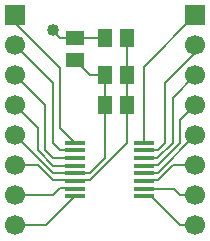
<source format=gbr>
G04 DipTrace 3.1.0.1*
G04 Top.gbr*
%MOIN*%
G04 #@! TF.FileFunction,Copper,L1,Top*
G04 #@! TF.Part,Single*
G04 #@! TA.AperFunction,Conductor*
%ADD14C,0.007*%
%ADD15C,0.012992*%
%ADD17R,0.051181X0.059055*%
%ADD18R,0.059055X0.051181*%
%ADD19R,0.070866X0.015748*%
G04 #@! TA.AperFunction,ComponentPad*
%ADD20R,0.066929X0.066929*%
%ADD21C,0.066929*%
G04 #@! TA.AperFunction,ViaPad*
%ADD22C,0.04*%
%FSLAX26Y26*%
G04*
G70*
G90*
G75*
G01*
G04 Top*
%LPD*%
X469000Y669000D2*
D14*
X544000D1*
X594000Y619000D1*
X666047D1*
X669000Y616047D1*
X843803Y1094000D2*
Y969000D1*
Y869000D1*
Y743803D1*
X719000Y619000D1*
X671953D1*
X669000Y616047D1*
Y667228D2*
X595772D1*
X544000Y719000D1*
Y794000D1*
X469000Y869000D1*
X669000Y1094000D2*
X769000D1*
X669000D2*
X619000D1*
X594000Y1119000D1*
X897346Y744000D2*
Y997346D1*
X1069000Y1169000D1*
X919000Y719000D2*
D15*
X897937D1*
X897346Y718409D1*
X1069000Y1069000D2*
D14*
Y1044000D1*
X969000Y944000D1*
Y744000D1*
X944000Y719000D1*
X897937D1*
X897346Y718409D1*
Y692819D2*
X942819D1*
X994000Y744000D1*
Y894000D1*
X1069000Y969000D1*
Y869000D2*
X1019000Y819000D1*
Y744000D1*
X944000Y669000D1*
X899118D1*
X897346Y667228D1*
X1069000Y769000D2*
X944000Y644000D1*
X899709D1*
X897346Y641638D1*
X1069000Y669000D2*
X994000D1*
X944000Y619000D1*
X900299D1*
X897346Y616047D1*
Y590457D2*
X997543D1*
X1019000Y569000D1*
X1069000D1*
X897354Y564866D2*
X923134D1*
X1019000Y469000D1*
X1069000D1*
X469000Y1169000D2*
Y1144000D1*
X619000Y994000D1*
Y794000D1*
X669000Y744000D1*
Y718409D2*
X619591D1*
X594000Y744000D1*
Y944000D1*
X469000Y1069000D1*
Y969000D2*
X569000Y869000D1*
Y719000D1*
X594000Y694000D1*
X667819D1*
X669000Y692819D1*
X469000Y569000D2*
X594000D1*
X619000Y594000D1*
X665457D1*
X669000Y590457D1*
X469000Y469000D2*
X573134D1*
X669000Y564866D1*
X469000Y769000D2*
X594000Y644000D1*
X666638D1*
X669000Y641638D1*
X769000Y969000D2*
X719197D1*
X669000Y1019197D1*
X769000Y969000D2*
Y869000D1*
Y694000D1*
X719000Y644000D1*
X671362D1*
X669000Y641638D1*
D22*
X594000Y1119000D3*
D17*
X769000Y969000D3*
X843803D3*
X769000Y869000D3*
X843803D3*
D18*
X669000Y1094000D3*
Y1019197D3*
D17*
X769000Y1094000D3*
X843803D3*
D19*
X669000Y744000D3*
Y718409D3*
Y692819D3*
Y667228D3*
Y641638D3*
Y616047D3*
Y590457D3*
Y564866D3*
X897354D3*
X897346Y590457D3*
Y616047D3*
Y641638D3*
Y667228D3*
Y692819D3*
Y718409D3*
Y744000D3*
D20*
X469000Y1169000D3*
D21*
Y1069000D3*
Y969000D3*
Y869000D3*
Y769000D3*
Y669000D3*
Y569000D3*
Y469000D3*
D20*
X1069000Y1169000D3*
D21*
Y1069000D3*
Y969000D3*
Y869000D3*
Y769000D3*
Y669000D3*
Y569000D3*
Y469000D3*
M02*

</source>
